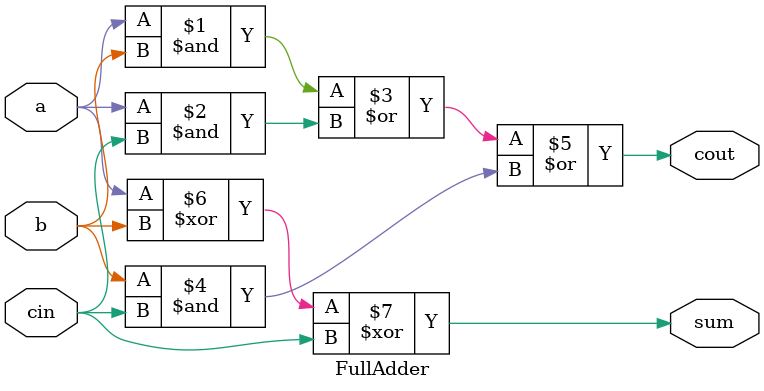
<source format=v>
`timescale 1ns/1ps
module FullAdder(input a, b, cin,
output sum, cout);
assign cout = (a & b) | (a & cin) | (b & cin);
assign sum = (a ^ b ^ cin);
endmodule

</source>
